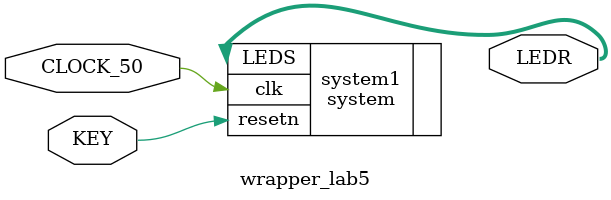
<source format=sv>
module wrapper_lab5 (
	input logic CLOCK_50,
	input logic [0:0] KEY,
	output logic [8:0] LEDR
);

system system1 (.clk(CLOCK_50), .resetn(KEY[0]), .LEDS(LEDR[8:0]));

endmodule
</source>
